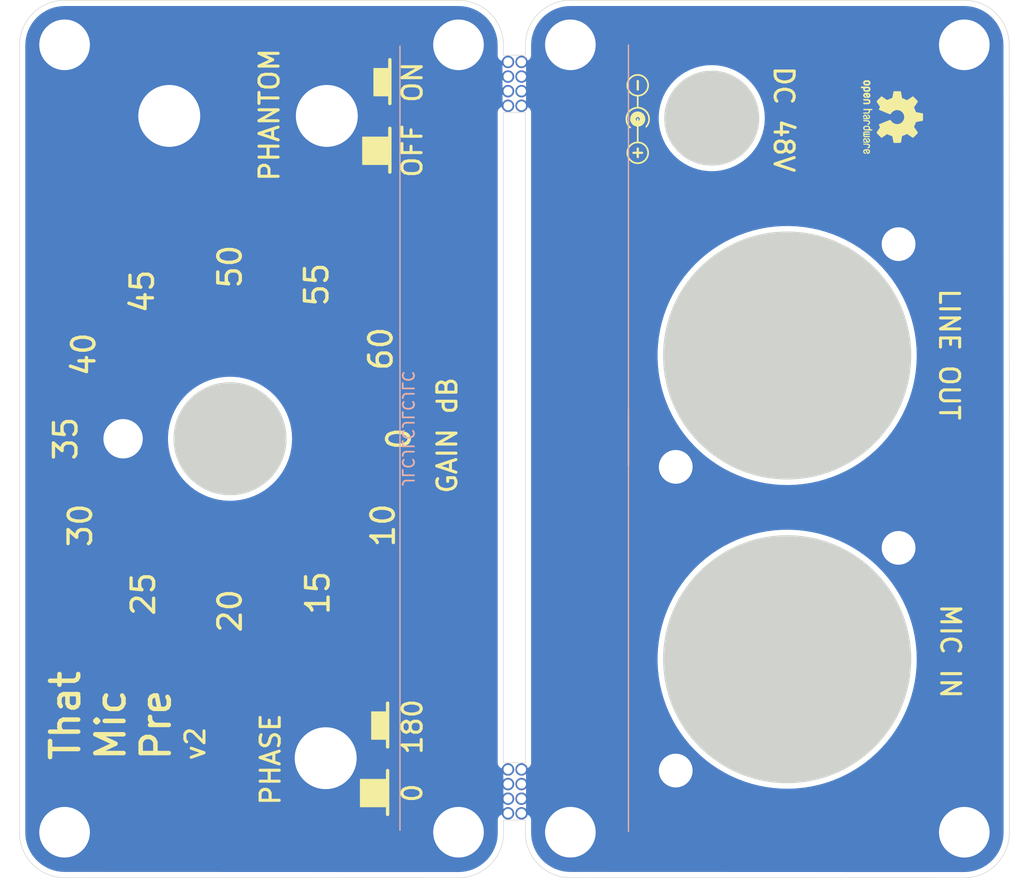
<source format=kicad_pcb>
(kicad_pcb (version 20211014) (generator pcbnew)
  (title_block (title "THAT MicPre Panels") (date "2020-04-13") (rev "1.1") (company "OJG"))
  (layers (0 "F.Cu" signal) (31 "B.Cu" signal) (34 "B.Paste" user) (35 "F.Paste" user) (36 "B.SilkS" user "B.Silkscreen") (37 "F.SilkS" user "F.Silkscreen") (38 "B.Mask" user) (39 "F.Mask" user) (44 "Edge.Cuts" user))
  (net 0 "")
  (net 1 "GND")
  (footprint "Symbol:OSHW-Logo2_7.3x6mm_SilkScreen" (layer "F.Cu") (at 180.2 64.8 -90)
    (fp_text reference "REF**" hide)
    (fp_text value "OSHW-Logo2_7.3x6mm_SilkScreen" hide)
    (fp_poly (pts (xy -2.958885 1.921962) (xy -2.890855 1.957733) (xy -2.840649 2.015301) (xy -2.822815 2.052312) (xy -2.808937 2.107882) (xy -2.801833 2.178096) (xy -2.80116 2.254727) (xy -2.806573 2.329552) (xy -2.81773 2.394342) (xy -2.834286 2.440873) (xy -2.839374 2.448887) (xy -2.899645 2.508707) (xy -2.971231 2.544535) (xy -3.048908 2.55502) (xy -3.127452 2.53881) (xy -3.149311 2.529092) (xy -3.191878 2.499143) (xy -3.229237 2.459433) (xy -3.232768 2.454397) (xy -3.247119 2.430124) (xy -3.256606 2.404178) (xy -3.26221 2.370022) (xy -3.264914 2.321119) (xy -3.265701 2.250935) (xy -3.265714 2.2352) (xy -3.265678 2.230192) (xy -3.120571 2.230192) (xy -3.119727 2.29643) (xy -3.116404 2.340386) (xy -3.109417 2.368779) (xy -3.097584 2.388325) (xy -3.091543 2.394857) (xy -3.056814 2.41968) (xy -3.023097 2.418548) (xy -2.989005 2.397016) (xy -2.968671 2.374029) (xy -2.956629 2.340478) (xy -2.949866 2.287569) (xy -2.949402 2.281399) (xy -2.948248 2.185513) (xy -2.960312 2.114299) (xy -2.98543 2.068194) (xy -3.02344 2.047635) (xy -3.037008 2.046514) (xy -3.072636 2.052152) (xy -3.097006 2.071686) (xy -3.111907 2.109042) (xy -3.119125 2.16815) (xy -3.120571 2.230192) (xy -3.265678 2.230192) (xy -3.265174 2.160413) (xy -3.262904 2.108159) (xy -3.257932 2.071949) (xy -3.249287 2.045299) (xy -3.235995 2.021722) (xy -3.233057 2.017338) (xy -3.183687 1.958249) (xy -3.129891 1.923947) (xy -3.064398 1.910331) (xy -3.042158 1.909665) (xy -2.958885 1.921962)) (layer "F.SilkS") (width 0.01) (fill solid))
    (fp_poly (pts (xy 0.10391 -2.757652) (xy 0.182454 -2.757222) (xy 0.239298 -2.756058) (xy 0.278105 -2.753793) (xy 0.302538 -2.75006) (xy 0.316262 -2.744494) (xy 0.32294 -2.736727) (xy 0.326236 -2.726395) (xy 0.326556 -2.725057) (xy 0.331562 -2.700921) (xy 0.340829 -2.653299) (xy 0.353392 -2.587259) (xy 0.368287 -2.507872) (xy 0.384551 -2.420204) (xy 0.385119 -2.417125) (xy 0.40141 -2.331211) (xy 0.416652 -2.255304) (xy 0.429861 -2.193955) (xy 0.440054 -2.151718) (xy 0.446248 -2.133145) (xy 0.446543 -2.132816) (xy 0.464788 -2.123747) (xy 0.502405 -2.108633) (xy 0.551271 -2.090738) (xy 0.551543 -2.090642) (xy 0.613093 -2.067507) (xy 0.685657 -2.038035) (xy 0.754057 -2.008403) (xy 0.757294 -2.006938) (xy 0.868702 -1.956374) (xy 1.115399 -2.12484) (xy 1.191077 -2.176197) (xy 1.259631 -2.222111) (xy 1.317088 -2.25997) (xy 1.359476 -2.287163) (xy 1.382825 -2.301079) (xy 1.385042 -2.302111) (xy 1.40201 -2.297516) (xy 1.433701 -2.275345) (xy 1.481352 -2.234553) (xy 1.546198 -2.174095) (xy 1.612397 -2.109773) (xy 1.676214 -2.046388) (xy 1.733329 -1.988549) (xy 1.780305 -1.939825) (xy 1.813703 -1.90379) (xy 1.830085 -1.884016) (xy 1.830694 -1.882998) (xy 1.832505 -1.869428) (xy 1.825683 -1.847267) (xy 1.80854 -1.813522) (xy 1.779393 -1.7652) (xy 1.736555 -1.699308) (xy 1.679448 -1.614483) (xy 1.628766 -1.539823) (xy 1.583461 -1.47286) (xy 1.54615 -1.417484) (xy 1.519452 -1.37758) (xy 1.505985 -1.357038) (xy 1.505137 -1.355644) (xy 1.506781 -1.335962) (xy 1.519245 -1.297707) (xy 1.540048 -1.248111) (xy 1.547462 -1.232272) (xy 1.579814 -1.16171) (xy 1.614328 -1.081647) (xy 1.642365 -1.012371) (xy 1.662568 -0.960955) (xy 1.678615 -0.921881) (xy 1.687888 -0.901459) (xy 1.689041 -0.899886) (xy 1.706096 -0.897279) (xy 1.746298 -0.890137) (xy 1.804302 -0.879477) (xy 1.874763 -0.866315) (xy 1.952335 -0.851667) (xy 2.031672 -0.836551) (xy 2.107431 -0.821982) (xy 2.174264 -0.808978) (xy 2.226828 -0.798555) (xy 2.259776 -0.79173) (xy 2.267857 -0.789801) (xy 2.276205 -0.785038) (xy 2.282506 -0.774282) (xy 2.287045 -0.753902) (xy 2.290104 -0.720266) (xy 2.291967 -0.669745) (xy 2.292918 -0.598708) (xy 2.29324 -0.503524) (xy 2.293257 -0.464508) (xy 2.293257 -0.147201) (xy 2.217057 -0.132161) (xy 2.174663 -0.124005) (xy 2.1114 -0.112101) (xy 2.034962 -0.097884) (xy 1.953043 -0.08279) (xy 1.9304 -0.078645) (xy 1.854806 -0.063947) (xy 1.788953 -0.049495) (xy 1.738366 -0.036625) (xy 1.708574 -0.026678) (xy 1.703612 -0.023713) (xy 1.691426 -0.002717) (xy 1.673953 0.037967) (xy 1.654577 0.090322) (xy 1.650734 0.1016) (xy 1.625339 0.171523) (xy 1.593817 0.250418) (xy 1.562969 0.321266) (xy 1.562817 0.321595) (xy 1.511447 0.432733) (xy 1.680399 0.681253) (xy 1.849352 0.929772) (xy 1.632429 1.147058) (xy 1.566819 1.211726) (xy 1.506979 1.268733) (xy 1.456267 1.315033) (xy 1.418046 1.347584) (xy 1.395675 1.363343) (xy 1.392466 1.364343) (xy 1.373626 1.356469) (xy 1.33518 1.334578) (xy 1.28133 1.301267) (xy 1.216276 1.259131) (xy 1.14594 1.211943) (xy 1.074555 1.16381) (xy 1.010908 1.121928) (xy 0.959041 1.088871) (xy 0.922995 1.067218) (xy 0.906867 1.059543) (xy 0.887189 1.066037) (xy 0.849875 1.08315) (xy 0.802621 1.107326) (xy 0.797612 1.110013) (xy 0.733977 1.141927) (xy 0.690341 1.157579) (xy 0.663202 1.157745) (xy 0.649057 1.143204) (xy 0.648975 1.143) (xy 0.641905 1.125779) (xy 0.625042 1.084899) (xy 0.599695 1.023525) (xy 0.567171 0.944819) (xy 0.528778 0.851947) (xy 0.485822 0.748072) (xy 0.444222 0.647502) (xy 0.398504 0.536516) (xy 0.356526 0.433703) (xy 0.319548 0.342215) (xy 0.288827 0.265201) (xy 0.265622 0.205815) (xy 0.25119 0.167209) (xy 0.246743 0.1528) (xy 0.257896 0.136272) (xy 0.287069 0.10993) (xy 0.325971 0.080887) (xy 0.436757 -0.010961) (xy 0.523351 -0.116241) (xy 0.584716 -0.232734) (xy 0.619815 -0.358224) (xy 0.627608 -0.490493) (xy 0.621943 -0.551543) (xy 0.591078 -0.678205) (xy 0.53792 -0.790059) (xy 0.465767 -0.885999) (xy 0.377917 -0.964924) (xy 0.277665 -1.02573) (xy 0.16831 -1.067313) (xy 0.053147 -1.088572) (xy -0.064525 -1.088401) (xy -0.18141 -1.065699) (xy -0.294211 -1.019362) (xy -0.399631 -0.948287) (xy -0.443632 -0.908089) (xy -0.528021 -0.804871) (xy -0.586778 -0.692075) (xy -0.620296 -0.57299) (xy -0.628965 -0.450905) (xy -0.613177 -0.329107) (xy -0.573322 -0.210884) (xy -0.509793 -0.099525) (xy -0.422979 0.001684) (xy -0.325971 0.080887) (xy -0.285563 0.111162) (xy -0.257018 0.137219) (xy -0.246743 0.152825) (xy -0.252123 0.169843) (xy -0.267425 0.2105) (xy -0.291388 0.271642) (xy -0.322756 0.350119) (xy -0.360268 0.44278) (xy -0.402667 0.546472) (xy -0.444337 0.647526) (xy -0.49031 0.758607) (xy -0.532893 0.861541) (xy -0.570779 0.953165) (xy -0.60266 1.030316) (xy -0.627229 1.089831) (xy -0.64318 1.128544) (xy -0.64909 1.143) (xy -0.663052 1.157685) (xy -0.69006 1.157642) (xy -0.733587 1.142099) (xy -0.79711 1.110284) (xy -0.797612 1.110013) (xy -0.84544 1.085323) (xy -0.884103 1.067338) (xy -0.905905 1.059614) (xy -0.906867 1.059543) (xy -0.923279 1.067378) (xy -0.959513 1.089165) (xy -1.011526 1.122328) (xy -1.075275 1.164291) (xy -1.14594 1.211943) (xy -1.217884 1.260191) (xy -1.282726 1.302151) (xy -1.336265 1.335227) (xy -1.374303 1.356821) (xy -1.392467 1.364343) (xy -1.409192 1.354457) (xy -1.44282 1.326826) (xy -1.48999 1.284495) (xy -1.547342 1.230505) (xy -1.611516 1.167899) (xy -1.632503 1.146983) (xy -1.849501 0.929623) (xy -1.684332 0.68722) (xy -1.634136 0.612781) (xy -1.590081 0.545972) (xy -1.554638 0.490665) (xy -1.530281 0.450729) (xy -1.519478 0.430036) (xy -1.519162 0.428563) (xy -1.524857 0.409058) (xy -1.540174 0.369822) (xy -1.562463 0.31743) (xy -1.578107 0.282355) (xy -1.607359 0.215201) (xy -1.634906 0.147358) (xy -1.656263 0.090034) (xy -1.662065 0.072572) (xy -1.678548 0.025938) (xy -1.69466 -0.010095) (xy -1.70351 -0.023713) (xy -1.72304 -0.032048) (xy -1.765666 -0.043863) (xy -1.825855 -0.057819) (xy -1.898078 -0.072578) (xy -1.9304 -0.078645) (xy -2.012478 -0.093727) (xy -2.091205 -0.108331) (xy -2.158891 -0.12102) (xy -2.20784 -0.130358) (xy -2.217057 -0.132161) (xy -2.293257 -0.147201) (xy -2.293257 -0.464508) (xy -2.293086 -0.568846) (xy -2.292384 -0.647787) (xy -2.290866 -0.704962) (xy -2.288251 -0.744001) (xy -2.284254 -0.768535) (xy -2.278591 -0.782195) (xy -2.27098 -0.788611) (xy -2.267857 -0.789801) (xy -2.249022 -0.79402) (xy -2.207412 -0.802438) (xy -2.14837 -0.814039) (xy -2.077243 -0.827805) (xy -1.999375 -0.84272) (xy -1.920113 -0.857768) (xy -1.844802 -0.871931) (xy -1.778787 -0.884194) (xy -1.727413 -0.893539) (xy -1.696025 -0.89895) (xy -1.689041 -0.899886) (xy -1.682715 -0.912404) (xy -1.66871 -0.945754) (xy -1.649645 -0.993623) (xy -1.642366 -1.012371) (xy -1.613004 -1.084805) (xy -1.578429 -1.16483) (xy -1.547463 -1.232272) (xy -1.524677 -1.283841) (xy -1.509518 -1.326215) (xy -1.504458 -1.352166) (xy -1.505264 -1.355644) (xy -1.515959 -1.372064) (xy -1.54038 -1.408583) (xy -1.575905 -1.461313) (xy -1.619913 -1.526365) (xy -1.669783 -1.599849) (xy -1.679644 -1.614355) (xy -1.737508 -1.700296) (xy -1.780044 -1.765739) (xy -1.808946 -1.813696) (xy -1.82591 -1.84718) (xy -1.832633 -1.869205) (xy -1.83081 -1.882783) (xy -1.830764 -1.882869) (xy -1.816414 -1.900703) (xy -1.784677 -1.935183) (xy -1.73899 -1.982732) (xy -1.682796 -2.039778) (xy -1.619532 -2.102745) (xy -1.612398 -2.109773) (xy -1.53267 -2.18698) (xy -1.471143 -2.24367) (xy -1.426579 -2.28089) (xy -1.397743 -2.299685) (xy -1.385042 -2.302111) (xy -1.366506 -2.291529) (xy -1.328039 -2.267084) (xy -1.273614 -2.231388) (xy -1.207202 -2.187053) (xy -1.132775 -2.136689) (xy -1.115399 -2.12484) (xy -0.868703 -1.956374) (xy -0.757294 -2.006938) (xy -0.689543 -2.036405) (xy -0.616817 -2.066041) (xy -0.554297 -2.08967) (xy -0.551543 -2.090642) (xy -0.50264 -2.108543) (xy -0.464943 -2.12368) (xy -0.446575 -2.13279) (xy -0.446544 -2.132816) (xy -0.440715 -2.149283) (xy -0.430808 -2.189781) (xy -0.417805 -2.249758) (xy -0.402691 -2.32466) (xy -0.386448 -2.409936) (xy -0.385119 -2.417125) (xy -0.368825 -2.504986) (xy -0.353867 -2.58474) (xy -0.341209 -2.651319) (xy -0.331814 -2.699653) (xy -0.326646 -2.724675) (xy -0.326556 -2.725057) (xy -0.323411 -2.735701) (xy -0.317296 -2.743738) (xy -0.304547 -2.749533) (xy -0.2815 -2.753453) (xy -0.244491 -2.755865) (xy -0.189856 -2.757135) (xy -0.113933 -2.757629) (xy -0.013056 -2.757714) (xy 0 -2.757714) (xy 0.10391 -2.757652)) (layer "F.SilkS") (width 0.01) (fill solid))
    (fp_poly (pts (xy 1.190117 2.065358) (xy 1.189933 2.173837) (xy 1.189219 2.257287) (xy 1.187675 2.319704) (xy 1.185001 2.365085) (xy 1.180894 2.397429) (xy 1.175055 2.420733) (xy 1.167182 2.438995) (xy 1.161221 2.449418) (xy 1.111855 2.505945) (xy 1.049264 2.541377) (xy 0.980013 2.55409) (xy 0.910668 2.542463) (xy 0.869375 2.521568) (xy 0.826025 2.485422) (xy 0.796481 2.441276) (xy 0.778655 2.383462) (xy 0.770463 2.306313) (xy 0.769302 2.249714) (xy 0.769458 2.245647) (xy 0.870857 2.245647) (xy 0.871476 2.31055) (xy 0.874314 2.353514) (xy 0.88084 2.381622) (xy 0.892523 2.401953) (xy 0.906483 2.417288) (xy 0.953365 2.44689) (xy 1.003701 2.449419) (xy 1.051276 2.424705) (xy 1.054979 2.421356) (xy 1.070783 2.403935) (xy 1.080693 2.383209) (xy 1.086058 2.352362) (xy 1.088228 2.304577) (xy 1.088571 2.251748) (xy 1.087827 2.185381) (xy 1.084748 2.141106) (xy 1.078061 2.112009) (xy 1.066496 2.091173) (xy 1.057013 2.080107) (xy 1.01296 2.052198) (xy 0.962224 2.048843) (xy 0.913796 2.070159) (xy 0.90445 2.078073) (xy 0.88854 2.095647) (xy 0.87861 2.116587) (xy 0.873278 2.147782) (xy 0.871163 2.196122) (xy 0.870857 2.245647) (xy 0.769458 2.245647) (xy 0.77281 2.158568) (xy 0.784726 2.090086) (xy 0.807135 2.0386) (xy 0.842124 1.998443) (xy 0.869375 1.977861) (xy 0.918907 1.955625) (xy 0.976316 1.945304) (xy 1.029682 1.948067) (xy 1.059543 1.959212) (xy 1.071261 1.962383) (xy 1.079037 1.950557) (xy 1.084465 1.918866) (xy 1.088571 1.870593) (xy 1.093067 1.816829) (xy 1.099313 1.784482) (xy 1.110676 1.765985) (xy 1.130528 1.75377) (xy 1.143 1.748362) (xy 1.190171 1.728601) (xy 1.190117 2.065358)) (layer "F.SilkS") (width 0.01) (fill solid))
    (fp_poly (pts (xy 1.779833 1.958663) (xy 1.782048 1.99685) (xy 1.783784 2.054886) (xy 1.784899 2.12818) (xy 1.785257 2.205055) (xy 1.785257 2.465196) (xy 1.739326 2.511127) (xy 1.707675 2.539429) (xy 1.67989 2.550893) (xy 1.641915 2.550168) (xy 1.62684 2.548321) (xy 1.579726 2.542948) (xy 1.540756 2.539869) (xy 1.531257 2.539585) (xy 1.499233 2.541445) (xy 1.453432 2.546114) (xy 1.435674 2.548321) (xy 1.392057 2.551735) (xy 1.362745 2.54432) (xy 1.33368 2.521427) (xy 1.323188 2.511127) (xy 1.277257 2.465196) (xy 1.277257 1.978602) (xy 1.314226 1.961758) (xy 1.346059 1.949282) (xy 1.364683 1.944914) (xy 1.369458 1.958718) (xy 1.373921 1.997286) (xy 1.377775 2.056356) (xy 1.380722 2.131663) (xy 1.382143 2.195286) (xy 1.386114 2.445657) (xy 1.420759 2.450556) (xy 1.452268 2.447131) (xy 1.467708 2.436041) (xy 1.472023 2.415308) (xy 1.475708 2.371145) (xy 1.478469 2.309146) (xy 1.480012 2.234909) (xy 1.480235 2.196706) (xy 1.480457 1.976783) (xy 1.526166 1.960849) (xy 1.558518 1.950015) (xy 1.576115 1.944962) (xy 1.576623 1.944914) (xy 1.578388 1.958648) (xy 1.580329 1.99673) (xy 1.582282 2.054482) (xy 1.584084 2.127227) (xy 1.585343 2.195286) (xy 1.589314 2.445657) (xy 1.6764 2.445657) (xy 1.680396 2.21724) (xy 1.684392 1.988822) (xy 1.726847 1.966868) (xy 1.758192 1.951793) (xy 1.776744 1.944951) (xy 1.777279 1.944914) (xy 1.779833 1.958663)) (layer "F.SilkS") (width 0.01) (fill solid))
    (fp_poly (pts (xy -1.831697 1.931239) (xy -1.774473 1.969735) (xy -1.730251 2.025335) (xy -1.703833 2.096086) (xy -1.69849 2.148162) (xy -1.699097 2.169893) (xy -1.704178 2.186531) (xy -1.718145 2.201437) (xy -1.745411 2.217973) (xy -1.790388 2.239498) (xy -1.857489 2.269374) (xy -1.857829 2.269524) (xy -1.919593 2.297813) (xy -1.970241 2.322933) (xy -2.004596 2.342179) (xy -2.017482 2.352848) (xy -2.017486 2.352934) (xy -2.006128 2.376166) (xy -1.979569 2.401774) (xy -1.949077 2.420221) (xy -1.93363 2.423886) (xy -1.891485 2.411212) (xy -1.855192 2.379471) (xy -1.837483 2.344572) (xy -1.820448 2.318845) (xy -1.787078 2.289546) (xy -1.747851 2.264235) (xy -1.713244 2.250471) (xy -1.706007 2.249714) (xy -1.697861 2.26216) (xy -1.69737 2.293972) (xy -1.703357 2.336866) (xy -1.714643 2.382558) (xy -1.73005 2.422761) (xy -1.730829 2.424322) (xy -1.777196 2.489062) (xy -1.837289 2.533097) (xy -1.905535 2.554711) (xy -1.976362 2.552185) (xy -2.044196 2.523804) (xy -2.047212 2.521808) (xy -2.100573 2.473448) (xy -2.13566 2.410352) (xy -2.155078 2.327387) (xy -2.157684 2.304078) (xy -2.162299 2.194055) (xy -2.156767 2.142748) (xy -2.017486 2.142748) (xy -2.015676 2.174753) (xy -2.005778 2.184093) (xy -1.981102 2.177105) (xy -1.942205 2.160587) (xy -1.898725 2.139881) (xy -1.897644 2.139333) (xy -1.860791 2.119949) (xy -1.846 2.107013) (xy -1.849647 2.093451) (xy -1.865005 2.075632) (xy -1.904077 2.049845) (xy -1.946154 2.04795) (xy -1.983897 2.066717) (xy -2.009966 2.102915) (xy -2.017486 2.142748) (xy -2.156767 2.142748) (xy -2.152806 2.106027) (xy -2.12845 2.036212) (xy -2.094544 1.987302) (xy -2.033347 1.937878) (xy -1.965937 1.913359) (xy -1.89712 1.911797) (xy -1.831697 1.931239)) (layer "F.SilkS") (width 0.01) (fill solid))
    (fp_poly (pts (xy -1.283907 1.92778) (xy -1.237328 1.954723) (xy -1.204943 1.981466) (xy -1.181258 2.009484) (xy -1.164941 2.043748) (xy -1.154661 2.089227) (xy -1.149086 2.150892) (xy -1.146884 2.233711) (xy -1.146629 2.293246) (xy -1.146629 2.512391) (xy -1.208314 2.540044) (xy -1.27 2.567697) (xy -1.277257 2.32767) (xy -1.280256 2.238028) (xy -1.283402 2.172962) (xy -1.287299 2.128026) (xy -1.292553 2.09877) (xy -1.299769 2.080748) (xy -1.30955 2.069511) (xy -1.312688 2.067079) (xy -1.360239 2.048083) (xy -1.408303 2.0556) (xy -1.436914 2.075543) (xy -1.448553 2.089675) (xy -1.456609 2.10822) (xy -1.461729 2.136334) (xy -1.464559 2.179173) (xy -1.465744 2.241895) (xy -1.465943 2.307261) (xy -1.465982 2.389268) (xy -1.467386 2.447316) (xy -1.472086 2.486465) (xy -1.482013 2.51178) (xy -1.499097 2.528323) (xy -1.525268 2.541156) (xy -1.560225 2.554491) (xy -1.598404 2.569007) (xy -1.593859 2.311389) (xy -1.592029 2.218519) (xy -1.589888 2.149889) (xy -1.586819 2.100711) (xy -1.582206 2.066198) (xy -1.575432 2.041562) (xy -1.565881 2.022016) (xy -1.554366 2.00477) (xy -1.49881 1.94968) (xy -1.43102 1.917822) (xy -1.357287 1.910191) (xy -1.283907 1.92778)) (layer "F.SilkS") (width 0.01) (fill solid))
    (fp_poly (pts (xy 2.144876 1.956335) (xy 2.186667 1.975344) (xy 2.219469 1.998378) (xy 2.243503 2.024133) (xy 2.260097 2.057358) (xy 2.270577 2.1028) (xy 2.276271 2.165207) (xy 2.278507 2.249327) (xy 2.278743 2.304721) (xy 2.278743 2.520826) (xy 2.241774 2.53767) (xy 2.212656 2.549981) (xy 2.198231 2.554514) (xy 2.195472 2.541025) (xy 2.193282 2.504653) (xy 2.191942 2.451542) (xy 2.191657 2.409372) (xy 2.190434 2.348447) (xy 2.187136 2.300115) (xy 2.182321 2.270518) (xy 2.178496 2.264229) (xy 2.152783 2.270652) (xy 2.112418 2.287125) (xy 2.065679 2.309458) (xy 2.020845 2.333457) (xy 1.986193 2.35493) (xy 1.970002 2.369685) (xy 1.969938 2.369845) (xy 1.97133 2.397152) (xy 1.983818 2.423219) (xy 2.005743 2.444392) (xy 2.037743 2.451474) (xy 2.065092 2.450649) (xy 2.103826 2.450042) (xy 2.124158 2.459116) (xy 2.136369 2.483092) (xy 2.137909 2.487613) (xy 2.143203 2.521806) (xy 2.129047 2.542568) (xy 2.092148 2.552462) (xy 2.052289 2.554292) (xy 1.980562 2.540727) (xy 1.943432 2.521355) (xy 1.897576 2.475845) (xy 1.873256 2.419983) (xy 1.871073 2.360957) (xy 1.891629 2.305953) (xy 1.922549 2.271486) (xy 1.95342 2.252189) (xy 2.001942 2.227759) (xy 2.058485 2.202985) (xy 2.06791 2.199199) (xy 2.130019 2.171791) (xy 2.165822 2.147634) (xy 2.177337 2.123619) (xy 2.16658 2.096635) (xy 2.148114 2.075543) (xy 2.104469 2.049572) (xy 2.056446 2.047624) (xy 2.012406 2.067637) (xy 1.980709 2.107551) (xy 1.976549 2.117848) (xy 1.952327 2.155724) (xy 1.916965 2.183842) (xy 1.872343 2.206917) (xy 1.872343 2.141485) (xy 1.874969 2.101506) (xy 1.88623 2.069997) (xy 1.911199 2.036378) (xy 1.935169 2.010484) (xy 1.972441 1.973817) (xy 2.001401 1.954121) (xy 2.032505 1.94622) (xy 2.067713 1.944914) (xy 2.144876 1.956335)) (layer "F.SilkS") (width 0.01) (fill solid))
    (fp_poly (pts (xy -2.400256 1.919918) (xy -2.344799 1.947568) (xy -2.295852 1.99848) (xy -2.282371 2.017338) (xy -2.267686 2.042015) (xy -2.258158 2.068816) (xy -2.252707 2.104587) (xy -2.250253 2.156169) (xy -2.249714 2.224267) (xy -2.252148 2.317588) (xy -2.260606 2.387657) (xy -2.276826 2.439931) (xy -2.302546 2.479869) (xy -2.339503 2.512929) (xy -2.342218 2.514886) (xy -2.37864 2.534908) (xy -2.422498 2.544815) (xy -2.478276 2.547257) (xy -2.568952 2.547257) (xy -2.56899 2.635283) (xy -2.569834 2.684308) (xy -2.574976 2.713065) (xy -2.588413 2.730311) (xy -2.614142 2.744808) (xy -2.620321 2.747769) (xy -2.649236 2.761648) (xy -2.671624 2.770414) (xy -2.688271 2.771171) (xy -2.699964 2.761023) (xy -2.70749 2.737073) (xy -2.711634 2.696426) (xy -2.713185 2.636186) (xy -2.712929 2.553455) (xy -2.711651 2.445339) (xy -2.711252 2.413) (xy -2.709815 2.301524) (xy -2.708528 2.228603) (xy -2.569029 2.228603) (xy -2.568245 2.290499) (xy -2.56476 2.330997) (xy -2.556876 2.357708) (xy -2.542895 2.378244) (xy -2.533403 2.38826) (xy -2.494596 2.417567) (xy -2.460237 2.419952) (xy -2.424784 2.39575) (xy -2.423886 2.394857) (xy -2.409461 2.376153) (xy -2.400687 2.350732) (xy -2.396261 2.311584) (xy -2.394882 2.251697) (xy -2.394857 2.23843) (xy -2.398188 2.155901) (xy -2.409031 2.098691) (xy -2.42866 2.063766) (xy -2.45835 2.048094) (xy -2.475509 2.046514) (xy -2.516234 2.053926) (xy -2.544168 2.07833) (xy -2.560983 2.12298) (xy -2.56835 2.19113) (xy -2.569029 2.228603) (xy -2.708528 2.228603) (xy -2.708292 2.215245) (xy -2.706323 2.150333) (xy -2.70355 2.102958) (xy -2.699612 2.06929) (xy -2.694151 2.045498) (xy -2.686808 2.027753) (xy -2.677223 2.012224) (xy -2.673113 2.006381) (xy -2.618595 1.951185) (xy -2.549664 1.91989) (xy -2.469928 1.911165) (xy -2.400256 1.919918)) (layer "F.SilkS") (width 0.01) (fill solid))
    (fp_poly (pts (xy 2.6526 1.958752) (xy 2.669948 1.966334) (xy 2.711356 1.999128) (xy 2.746765 2.046547) (xy 2.768664 2.097151) (xy 2.772229 2.122098) (xy 2.760279 2.156927) (xy 2.734067 2.175357) (xy 2.705964 2.186516) (xy 2.693095 2.188572) (xy 2.686829 2.173649) (xy 2.674456 2.141175) (xy 2.669028 2.126502) (xy 2.63859 2.075744) (xy 2.59452 2.050427) (xy 2.53801 2.051206) (xy 2.533825 2.052203) (xy 2.503655 2.066507) (xy 2.481476 2.094393) (xy 2.466327 2.139287) (xy 2.45725 2.204615) (xy 2.453286 2.293804) (xy 2.452914 2.341261) (xy 2.45273 2.416071) (xy 2.451522 2.467069) (xy 2.448309 2.499471) (xy 2.442109 2.518495) (xy 2.43194 2.529356) (xy 2.416819 2.537272) (xy 2.415946 2.53767) (xy 2.386828 2.549981) (xy 2.372403 2.554514) (xy 2.370186 2.540809) (xy 2.368289 2.502925) (xy 2.366847 2.445715) (xy 2.365998 2.374027) (xy 2.365829 2.321565) (xy 2.366692 2.220047) (xy 2.37007 2.143032) (xy 2.377142 2.086023) (xy 2.389088 2.044526) (xy 2.40709 2.014043) (xy 2.432327 1.99008) (xy 2.457247 1.973355) (xy 2.517171 1.951097) (xy 2.586911 1.946076) (xy 2.6526 1.958752)) (layer "F.SilkS") (width 0.01) (fill solid))
    (fp_poly (pts (xy 0.039744 1.950968) (xy 0.096616 1.972087) (xy 0.097267 1.972493) (xy 0.13244 1.99838) (xy 0.158407 2.028633) (xy 0.17667 2.068058) (xy 0.188732 2.121462) (xy 0.196096 2.193651) (xy 0.200264 2.289432) (xy 0.200629 2.303078) (xy 0.205876 2.508842) (xy 0.161716 2.531678) (xy 0.129763 2.54711) (xy 0.11047 2.554423) (xy 0.109578 2.554514) (xy 0.106239 2.541022) (xy 0.103587 2.504626) (xy 0.101956 2.451452) (xy 0.1016 2.408393) (xy 0.101592 2.338641) (xy 0.098403 2.294837) (xy 0.087288 2.273944) (xy 0.063501 2.272925) (xy 0.022296 2.288741) (xy -0.039914 2.317815) (xy -0.085659 2.341963) (xy -0.109187 2.362913) (xy -0.116104 2.385747) (xy -0.116114 2.386877) (xy -0.104701 2.426212) (xy -0.070908 2.447462) (xy -0.019191 2.450539) (xy 0.018061 2.450006) (xy 0.037703 2.460735) (xy 0.049952 2.486505) (xy 0.057002 2.519337) (xy 0.046842 2.537966) (xy 0.043017 2.540632) (xy 0.007001 2.55134) (xy -0.043434 2.552856) (xy -0.095374 2.545759) (xy -0.132178 2.532788) (xy -0.183062 2.489585) (xy -0.211986 2.429446) (xy -0.217714 2.382462) (xy -0.213343 2.340082) (xy -0.197525 2.305488) (xy -0.166203 2.274763) (xy -0.115322 2.24399) (xy -0.040824 2.209252) (xy -0.036286 2.207288) (xy 0.030821 2.176287) (xy 0.072232 2.150862) (xy 0.089981 2.128014) (xy 0.086107 2.104745) (xy 0.062643 2.078056) (xy 0.055627 2.071914) (xy 0.00863 2.0481) (xy -0.040067 2.049103) (xy -0.082478 2.072451) (xy -0.110616 2.115675) (xy -0.113231 2.12416) (xy -0.138692 2.165308) (xy -0.170999 2.185128) (xy -0.217714 2.20477) (xy -0.217714 2.15395) (xy -0.203504 2.080082) (xy -0.161325 2.012327) (xy -0.139376 1.989661) (xy -0.089483 1.960569) (xy -0.026033 1.9474) (xy 0.039744 1.950968)) (layer "F.SilkS") (width 0.01) (fill solid))
    (fp_poly (pts (xy 0.529926 1.949755) (xy 0.595858 1.974084) (xy 0.649273 2.017117) (xy 0.670164 2.047409) (xy 0.692939 2.102994) (xy 0.692466 2.143186) (xy 0.668562 2.170217) (xy 0.659717 2.174813) (xy 0.62153 2.189144) (xy 0.602028 2.185472) (xy 0.595422 2.161407) (xy 0.595086 2.148114) (xy 0.582992 2.09921) (xy 0.551471 2.064999) (xy 0.507659 2.048476) (xy 0.458695 2.052634) (xy 0.418894 2.074227) (xy 0.40545 2.086544) (xy 0.395921 2.101487) (xy 0.389485 2.124075) (xy 0.385317 2.159328) (xy 0.382597 2.212266) (xy 0.380502 2.287907) (xy 0.37996 2.311857) (xy 0.377981 2.39379) (xy 0.375731 2.451455) (xy 0.372357 2.489608) (xy 0.367006 2.513004) (xy 0.358824 2.526398) (xy 0.346959 2.534545) (xy 0.339362 2.538144) (xy 0.307102 2.550452) (xy 0.288111 2.554514) (xy 0.281836 2.540948) (xy 0.278006 2.499934) (xy 0.2766 2.430999) (xy 0.277598 2.333669) (xy 0.277908 2.318657) (xy 0.280101 2.229859) (xy 0.282693 2.165019) (xy 0.286382 2.119067) (xy 0.291864 2.086935) (xy 0.299835 2.063553) (xy 0.310993 2.043852) (xy 0.31683 2.03541) (xy 0.350296 1.998057) (xy 0.387727 1.969003) (xy 0.392309 1.966467) (xy 0.459426 1.946443) (xy 0.529926 1.949755)) (layer "F.SilkS") (width 0.01) (fill solid))
    (fp_poly (pts (xy -0.624114 1.851289) (xy -0.619861 1.910613) (xy -0.614975 1.945572) (xy -0.608205 1.96082) (xy -0.598298 1.961015) (xy -0.595086 1.959195) (xy -0.552356 1.946015) (xy -0.496773 1.946785) (xy -0.440263 1.960333) (xy -0.404918 1.977861) (xy -0.368679 2.005861) (xy -0.342187 2.037549) (xy -0.324001 2.077813) (xy -0.312678 2.131543) (xy -0.306778 2.203626) (xy -0.304857 2.298951) (xy -0.304823 2.317237) (xy -0.3048 2.522646) (xy -0.350509 2.53858) (xy -0.382973 2.54942) (xy -0.400785 2.554468) (xy -0.401309 2.554514) (xy -0.403063 2.540828) (xy -0.404556 2.503076) (xy -0.405674 2.446224) (xy -0.406303 2.375234) (xy -0.4064 2.332073) (xy -0.406602 2.246973) (xy -0.407642 2.185981) (xy -0.410169 2.144177) (xy -0.414836 2.116642) (xy -0.422293 2.098456) (xy -0.433189 2.084698) (xy -0.439993 2.078073) (xy -0.486728 2.051375) (xy -0.537728 2.049375) (xy -0.583999 2.071955) (xy -0.592556 2.080107) (xy -0.605107 2.095436) (xy -0.613812 2.113618) (xy -0.619369 2.139909) (xy -0.622474 2.179562) (xy -0.623824 2.237832) (xy -0.624114 2.318173) (xy -0.624114 2.522646) (xy -0.669823 2.53858) (xy -0.702287 2.54942) (xy -0.720099 2.554468) (xy -0.720623 2.554514) (xy -0.721963 2.540623) (xy -0.723172 2.501439) (xy -0.724199 2.4407) (xy -0.724998 2.362141) (xy -0.725519 2.269498) (xy -0.725714 2.166509) (xy -0.725714 1.769342) (xy -0.678543 1.749444) (xy -0.631371 1.729547) (xy -0.624114 1.851289)) (layer "F.SilkS") (width 0.01) (fill solid))
    (fp_poly (pts (xy 3.153595 1.966966) (xy 3.211021 2.004497) (xy 3.238719 2.038096) (xy 3.260662 2.099064) (xy 3.262405 2.147308) (xy 3.258457 2.211816) (xy 3.109686 2.276934) (xy 3.037349 2.310202) (xy 2.990084 2.336964) (xy 2.965507 2.360144) (xy 2.961237 2.382667) (xy 2.974889 2.407455) (xy 2.989943 2.423886) (xy 3.033746 2.450235) (xy 3.081389 2.452081) (xy 3.125145 2.431546) (xy 3.157289 2.390752) (xy 3.163038 2.376347) (xy 3.190576 2.331356) (xy 3.222258 2.312182) (xy 3.265714 2.295779) (xy 3.265714 2.357966) (xy 3.261872 2.400283) (xy 3.246823 2.435969) (xy 3.21528 2.476943) (xy 3.210592 2.482267) (xy 3.175506 2.51872) (xy 3.145347 2.538283) (xy 3.107615 2.547283) (xy 3.076335 2.55023) (xy 3.020385 2.550965) (xy 2.980555 2.54166) (xy 2.955708 2.527846) (xy 2.916656 2.497467) (xy 2.889625 2.464613) (xy 2.872517 2.423294) (xy 2.863238 2.367521) (xy 2.859693 2.291305) (xy 2.85941 2.252622) (xy 2.860372 2.206247) (xy 2.948007 2.206247) (xy 2.949023 2.231126) (xy 2.951556 2.2352) (xy 2.968274 2.229665) (xy 3.004249 2.215017) (xy 3.052331 2.19419) (xy 3.062386 2.189714) (xy 3.123152 2.158814) (xy 3.156632 2.131657) (xy 3.16399 2.10622) (xy 3.146391 2.080481) (xy 3.131856 2.069109) (xy 3.07941 2.046364) (xy 3.030322 2.050122) (xy 2.989227 2.077884) (xy 2.960758 2.127152) (xy 2.951631 2.166257) (xy 2.948007 2.206247) (xy 2.860372 2.206247) (xy 2.861285 2.162249) (xy 2.868196 2.095384) (xy 2.881884 2.046695) (xy 2.904096 2.010849) (xy 2.936574 1.982513) (xy 2.950733 1.973355) (xy 3.015053 1.949507) (xy 3.085473 1.948006) (xy 3.153595 1.966966)) (layer "F.SilkS") (width 0.01) (fill solid))
  )
  (footprint "Symbol:Symbol_Barrel_Polarity" (layer "F.Cu") (at 157.687984 64.974736 -90)
    (fp_text reference "LOGO4" hide)
    (fp_text value "SYM_Arrow_Normal" hide)
    (fp_line (start -2 0.075) (end -1.1 0.075) (layer "F.SilkS") (width 0.15))
    (fp_line (start 0 0.075) (end 2 0.075) (layer "F.SilkS") (width 0.15))
    (fp_arc (start 0.75 0.75) (mid -1.007627 0.128033) (end 0.675 -0.675) (layer "F.SilkS") (width 0.15))
    (fp_circle (center 3 0.075) (end 3 1) (layer "F.SilkS") (width 0.15) (fill none))
    (fp_circle (center -3 0.075) (end -3 1) (layer "F.SilkS") (width 0.15) (fill none))
    (fp_circle (center 0 0.075) (end 0 0.25) (layer "F.SilkS") (width 0.5) (fill none))
  )
  (gr_line (start 156.787984 95.795736) (end 156.787984 58.395736) (layer "B.SilkS") (width 0.12))
  (gr_line (start 156.787984 90.695736) (end 156.787984 128.295736) (layer "B.SilkS") (width 0.12))
  (gr_line (start 136.487984 58.495736) (end 136.487984 128.195736) (layer "B.SilkS") (width 0.12))
  (gr_line (start 135.587984 59.695736) (end 135.587984 63.595736) (layer "F.SilkS") (width 0.3))
  (gr_line (start 135.387984 122.895736) (end 135.387984 126.795736) (layer "F.SilkS") (width 0.3))
  (gr_circle (center 166.687984 86.095736) (end 172.687984 86.095736) (layer "F.SilkS") (width 0.12) (fill none))
  (gr_line (start 135.587984 65.795736) (end 135.587984 69.695736) (layer "F.SilkS") (width 0.3))
  (gr_rect (start 133.987984 117.695736) (end 135.287984 120.095736) (layer "F.SilkS") (width 0.12) (fill solid))
  (gr_rect (start 133.187984 66.595736) (end 135.487984 68.995736) (layer "F.SilkS") (width 0.12) (fill solid))
  (gr_rect (start 132.987984 123.695736) (end 135.287984 126.095736) (layer "F.SilkS") (width 0.12) (fill solid))
  (gr_rect (start 134.187984 60.495736) (end 135.487984 62.895736) (layer "F.SilkS") (width 0.12) (fill solid))
  (gr_line (start 135.387984 116.895736) (end 135.387984 120.795736) (layer "F.SilkS") (width 0.3))
  (gr_line (start 147.627984 58.415736) (end 147.627984 59.295736) (layer "Edge.Cuts") (width 0.05))
  (gr_line (start 186.627984 54.415736) (end 151.627984 54.415736) (layer "Edge.Cuts") (width 0.05))
  (gr_arc (start 190.627984 128.425736) (mid 189.456411 131.254163) (end 186.627984 132.425736) (layer "Edge.Cuts") (width 0.05))
  (gr_line (start 147.627984 59.295736) (end 145.677984 59.295736) (layer "Edge.Cuts") (width 0.05))
  (gr_arc (start 147.627984 58.415736) (mid 148.799557 55.587309) (end 151.627984 54.415736) (layer "Edge.Cuts") (width 0.05))
  (gr_line (start 186.627984 132.425736) (end 151.627984 132.415736) (layer "Edge.Cuts") (width 0.05))
  (gr_circle (center 170.887984 85.995736) (end 181.887984 85.995736) (layer "Edge.Cuts") (width 0.05) (fill solid))
  (gr_line (start 190.627984 93.411736) (end 190.617984 58.405736) (layer "Edge.Cuts") (width 0.05))
  (gr_line (start 190.627984 93.411736) (end 190.627984 128.425736) (layer "Edge.Cuts") (width 0.05))
  (gr_line (start 147.627984 64.395736) (end 147.627984 122.195736) (layer "Edge.Cuts") (width 0.05))
  (gr_circle (center 121.387984 93.395736) (end 116.387984 93.395736) (layer "Edge.Cuts") (width 0.05) (fill solid))
  (gr_arc (start 151.627984 132.415736) (mid 148.799557 131.244163) (end 147.627984 128.415736) (layer "Edge.Cuts") (width 0.05))
  (gr_line (start 102.687984 58.415736) (end 102.687984 128.415736) (layer "Edge.Cuts") (width 0.05))
  (gr_line (start 145.687984 128.425736) (end 145.687984 127.295736) (layer "Edge.Cuts") (width 0.05))
  (gr_circle (center 164.187984 64.895736) (end 168.387984 64.895736) (layer "Edge.Cuts") (width 0.05) (fill solid))
  (gr_line (start 145.677984 122.195736) (end 145.677984 64.395736) (layer "Edge.Cuts") (width 0.05))
  (gr_line (start 147.627984 122.195736) (end 145.677984 122.195736) (layer "Edge.Cuts") (width 0.05))
  (gr_line (start 147.627984 127.295736) (end 147.627984 128.415736) (layer "Edge.Cuts") (width 0.05))
  (gr_line (start 147.627984 64.395736) (end 145.677984 64.395736) (layer "Edge.Cuts") (width 0.05))
  (gr_arc (start 141.687984 54.415736) (mid 144.50934 55.58438) (end 145.677984 58.405736) (layer "Edge.Cuts") (width 0.05))
  (gr_line (start 145.687984 127.295736) (end 147.627984 127.295736) (layer "Edge.Cuts") (width 0.05))
  (gr_line (start 145.677984 59.295736) (end 145.677984 58.405736) (layer "Edge.Cuts") (width 0.05))
  (gr_circle (center 170.887984 112.995736) (end 159.887984 112.995736) (layer "Edge.Cuts") (width 0.05) (fill solid))
  (gr_arc (start 102.687984 58.415736) (mid 103.859557 55.587309) (end 106.687984 54.415736) (layer "Edge.Cuts") (width 0.05))
  (gr_arc (start 145.687984 128.425736) (mid 144.516411 131.254163) (end 141.687984 132.425736) (layer "Edge.Cuts") (width 0.05))
  (gr_line (start 141.687984 54.415736) (end 106.687984 54.415736) (layer "Edge.Cuts") (width 0.05))
  (gr_line (start 141.687984 132.425736) (end 106.687984 132.415736) (layer "Edge.Cuts") (width 0.05))
  (gr_arc (start 106.687984 132.415736) (mid 103.859557 131.244163) (end 102.687984 128.415736) (layer "Edge.Cuts") (width 0.05))
  (gr_arc (start 186.627984 54.415736) (mid 189.44934 55.58438) (end 190.617984 58.405736) (layer "Edge.Cuts") (width 0.05))
  (gr_text "JLCJLCJLCJLC" (at 137.187984 92.495736 270) (layer "B.SilkS") (effects (font (size 1 1)) (justify mirror)))
  (gr_text "30" (at 108.087984 101.095736 90) (layer "F.SilkS") (effects (font (size 2 2) (thickness 0.3))))
  (gr_text "v2" (at 118.3 120.5 90) (layer "F.SilkS") (effects (font (size 1.7 1.7) (thickness 0.27))))
  (gr_text "PHASE" (at 124.987984 121.895736 90) (layer "F.SilkS") (effects (font (size 1.7 1.7) (thickness 0.27))))
  (gr_text "55" (at 129.087984 79.695736 90) (layer "F.SilkS") (effects (font (size 2 2) (thickness 0.3))))
  (gr_text "35" (at 106.787984 93.395736 90) (layer "F.SilkS") (effects (font (size 2 2) (thickness 0.3))))
  (gr_text "GAIN dB" (at 140.687984 93.095736 90) (layer "F.SilkS") (effects (font (size 1.7 1.7) (thickness 0.27))))
  (gr_text "50" (at 121.387984 78.095736 90) (layer "F.SilkS") (effects (font (size 2 2) (thickness 0.3))))
  (gr_text "15" (at 129.187984 107.095736 90) (layer "F.SilkS") (effects (font (size 2 2) (thickness 0.3))))
  (gr_text "+" (at 157.687984 67.974736 270) (layer "F.SilkS") (effects (font (size 1 1) (thickness 0.2))))
  (gr_text "45" (at 113.587984 80.295736 90) (layer "F.SilkS") (effects (font (size 2 2) (thickness 0.3))))
  (gr_text "DC 48V" (at 170.587984 64.995736 270) (layer "F.SilkS") (effects (font (size 1.7 1.7) (thickness 0.27))))
  (gr_text "PHANTOM" (at 124.887984 64.595736 90) (layer "F.SilkS") (effects (font (size 1.7 1.7) (thickness 0.27))))
  (gr_text "25" (at 113.687984 107.195736 90) (layer "F.SilkS") (effects (font (size 2 2) (thickness 0.3))))
  (gr_text "OFF" (at 137.587984 67.795736 90) (layer "F.SilkS") (effects (font (size 1.7 1.7) (thickness 0.27))))
  (gr_text "40" (at 108.387984 85.895736 90) (layer "F.SilkS") (effects (font (size 2 2) (thickness 0.3))))
  (gr_text "10" (at 134.987984 101.095736 90) (layer "F.SilkS") (effects (font (size 2 2) (thickness 0.3))))
  (gr_text "-" (at 157.687984 61.974736 270) (layer "F.SilkS") (effects (font (size 1 1) (thickness 0.2))))
  (gr_text "0" (at 136.387984 93.395736 90) (layer "F.SilkS") (effects (font (size 2 2) (thickness 0.3))))
  (gr_text "That\nMic\nPre" (at 110.787984 122.195736 90) (layer "F.SilkS") (effects (font (size 2.5 2.5) (thickness 0.4)) (justify left)))
  (gr_text "MIC IN" (at 185.387984 112.295736 270) (layer "F.SilkS") (effects (font (size 1.7 1.7) (thickness 0.27))))
  (gr_text "60" (at 134.787984 85.395736 90) (layer "F.SilkS") (effects (font (size 2 2) (thickness 0.3))))
  (gr_text "ON" (at 137.6 61.7 90) (layer "F.SilkS") (effects (font (size 1.7 1.7) (thickness 0.27))))
  (gr_text "LINE OUT" (at 185.287984 85.895736 270) (layer "F.SilkS") (effects (font (size 1.7 1.7) (thickness 0.27))))
  (gr_text "0" (at 137.587984 124.895736 90) (layer "F.SilkS") (effects (font (size 1.7 1.7) (thickness 0.27))))
  (gr_text "180" (at 137.6 119 90) (layer "F.SilkS") (effects (font (size 1.7 1.7) (thickness 0.27))))
  (gr_text "20" (at 121.387984 108.695736 90) (layer "F.SilkS") (effects (font (size 2 2) (thickness 0.3))))
  (via (at 147.287984 62.495736) (size 1.1) (drill 0.8) (layers "F.Cu" "B.Cu") (net 1))
  (via (at 146.087984 59.895736) (size 1.1) (drill 0.8) (layers "F.Cu" "B.Cu") (net 1))
  (via (at 146.087984 126.695736) (size 1.1) (drill 0.8) (layers "F.Cu" "B.Cu") (net 1))
  (via (at 186.627984 128.375736) (size 6) (drill 4.5) (layers "F.Cu" "B.Cu") (net 1))
  (via (at 147.287984 122.795736) (size 1.1) (drill 0.8) (layers "F.Cu" "B.Cu") (net 1))
  (via (at 151.627984 128.375736) (size 6) (drill 4.5) (layers "F.Cu" "B.Cu") (net 1))
  (via (at 111.887984 93.395736) (size 4) (drill 3.5) (layers "F.Cu" "B.Cu") (net 1))
  (via (at 129.887984 121.795736) (size 6) (drill 5.5) (layers "F.Cu" "B.Cu") (net 1))
  (via (at 115.987984 64.695736) (size 6) (drill 5.5) (layers "F.Cu" "B.Cu") (net 1))
  (via (at 147.287984 61.195736) (size 1.1) (drill 0.8) (layers "F.Cu" "B.Cu") (net 1))
  (via (at 146.087984 124.095736) (size 1.1) (drill 0.8) (layers "F.Cu" "B.Cu") (net 1))
  (via (at 147.287984 125.395736) (size 1.1) (drill 0.8) (layers "F.Cu" "B.Cu") (net 1))
  (via (at 106.687984 58.375736) (size 6) (drill 4.5) (layers "F.Cu" "B.Cu") (net 1))
  (via (at 146.087984 63.795736) (size 1.1) (drill 0.8) (layers "F.Cu" "B.Cu") (net 1))
  (via (at 141.687984 128.375736) (size 6) (drill 4.5) (layers "F.Cu" "B.Cu") (net 1))
  (via (at 141.687984 58.375736) (size 6) (drill 4.5) (layers "F.Cu" "B.Cu") (net 1))
  (via (at 160.987984 122.895736) (size 3.3) (drill 3) (layers "F.Cu" "B.Cu") (net 1))
  (via (at 151.627984 58.375736) (size 6) (drill 4.5) (layers "F.Cu" "B.Cu") (net 1))
  (via (at 186.627984 58.375736) (size 6) (drill 4.5) (layers "F.Cu" "B.Cu") (net 1))
  (via (at 147.287984 59.895736) (size 1.1) (drill 0.8) (layers "F.Cu" "B.Cu") (net 1))
  (via (at 146.087984 125.395736) (size 1.1) (drill 0.8) (layers "F.Cu" "B.Cu") (net 1))
  (via (at 160.987984 95.895736) (size 3.3) (drill 3) (layers "F.Cu" "B.Cu") (net 1))
  (via (at 180.787984 76.095736) (size 3.3) (drill 3) (layers "F.Cu" "B.Cu") (net 1))
  (via (at 147.287984 126.695736) (size 1.1) (drill 0.8) (layers "F.Cu" "B.Cu") (net 1))
  (via (at 180.787984 103.095736) (size 3.3) (drill 3) (layers "F.Cu" "B.Cu") (net 1))
  (via (at 147.287984 124.095736) (size 1.1) (drill 0.8) (layers "F.Cu" "B.Cu") (net 1))
  (via (at 147.287984 63.795736) (size 1.1) (drill 0.8) (layers "F.Cu" "B.Cu") (net 1))
  (via (at 146.087984 62.495736) (size 1.1) (drill 0.8) (layers "F.Cu" "B.Cu") (net 1))
  (via (at 146.087984 61.195736) (size 1.1) (drill 0.8) (layers "F.Cu" "B.Cu") (net 1))
  (via (at 129.987984 64.695736) (size 6) (drill 5.5) (layers "F.Cu" "B.Cu") (net 1))
  (via (at 146.087984 122.795736) (size 1.1) (drill 0.8) (layers "F.Cu" "B.Cu") (net 1))
  (via (at 106.687984 128.375736) (size 6) (drill 4.5) (layers "F.Cu" "B.Cu") (net 1))
  (zone (net 1) (net_name "GND") (layer "B.Cu") (connect_pads (clearance 0.508)) (min_thickness 0.254) (fill yes (thermal_gap 0.508) (thermal_bridge_width 0.508) (island_removal_mode 1) (island_area_min 0))
    (polygon (pts (xy 102.687984 54.495736) (xy 145.587984 54.495736) (xy 145.687984 132.295736) (xy 102.687984 132.395736)))
  )
  (zone (net 1) (net_name "GND") (layer "B.Cu") (connect_pads yes (clearance 0.508)) (min_thickness 0.254) (fill yes (thermal_gap 0.508) (thermal_bridge_width 0.508) (island_removal_mode 1) (island_area_min 0))
    (polygon (pts (xy 147.687984 54.495736) (xy 190.687984 54.495736) (xy 190.687984 132.395736) (xy 147.687984 132.425736)))
  )
)
</source>
